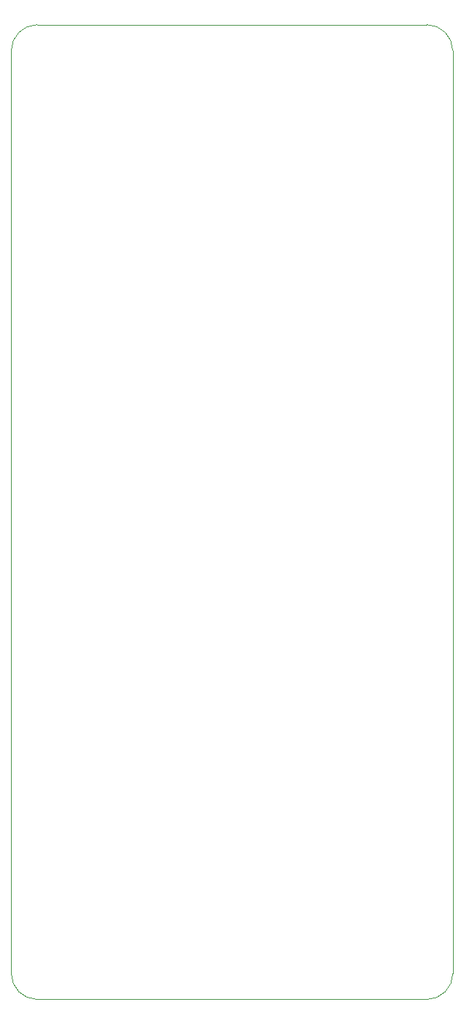
<source format=gbr>
G04 #@! TF.GenerationSoftware,KiCad,Pcbnew,9.0.4*
G04 #@! TF.CreationDate,2025-12-10T12:01:20-06:00*
G04 #@! TF.ProjectId,flightcompv2,666c6967-6874-4636-9f6d-7076322e6b69,rev?*
G04 #@! TF.SameCoordinates,Original*
G04 #@! TF.FileFunction,Profile,NP*
%FSLAX46Y46*%
G04 Gerber Fmt 4.6, Leading zero omitted, Abs format (unit mm)*
G04 Created by KiCad (PCBNEW 9.0.4) date 2025-12-10 12:01:20*
%MOMM*%
%LPD*%
G01*
G04 APERTURE LIST*
G04 #@! TA.AperFunction,Profile*
%ADD10C,0.050000*%
G04 #@! TD*
G04 APERTURE END LIST*
D10*
X155000000Y-40500000D02*
G75*
G02*
X158000000Y-37500000I3000000J0D01*
G01*
X206000000Y-147000000D02*
G75*
G02*
X203000000Y-150000000I-3000000J0D01*
G01*
X203000000Y-37500000D02*
G75*
G02*
X206000000Y-40500000I0J-3000000D01*
G01*
X158000000Y-150000000D02*
G75*
G02*
X155000000Y-147000000I0J3000000D01*
G01*
X155000000Y-147000000D02*
X155000000Y-40500000D01*
X203000000Y-150000000D02*
X158000000Y-150000000D01*
X158000000Y-37500000D02*
X203000000Y-37500000D01*
X206000000Y-40500000D02*
X206000000Y-147000000D01*
M02*

</source>
